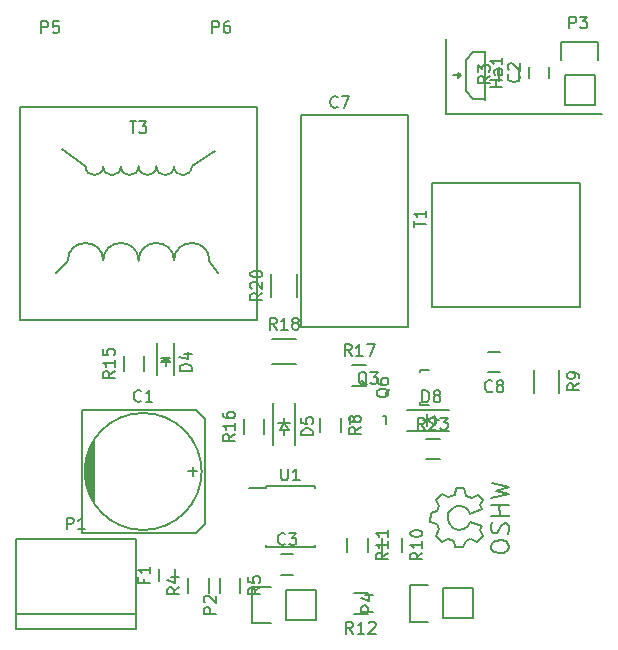
<source format=gto>
G04 #@! TF.FileFunction,Legend,Top*
%FSLAX46Y46*%
G04 Gerber Fmt 4.6, Leading zero omitted, Abs format (unit mm)*
G04 Created by KiCad (PCBNEW 0.201603210401+6634~43~ubuntu14.04.1-product) date mån 28 mar 2016 16:54:20*
%MOMM*%
G01*
G04 APERTURE LIST*
%ADD10C,0.050000*%
%ADD11C,0.200000*%
%ADD12C,0.150000*%
G04 APERTURE END LIST*
D10*
D11*
X136779000Y-106426000D02*
X136779000Y-100076000D01*
X149987000Y-106426000D02*
X136779000Y-106426000D01*
D12*
X115244000Y-110808000D02*
X117244000Y-109558000D01*
X106244000Y-110808000D02*
X104244000Y-109308000D01*
X106244000Y-110808000D02*
G75*
G03X107744000Y-110808000I750000J0D01*
G01*
X107744000Y-110808000D02*
G75*
G03X109244000Y-110808000I750000J0D01*
G01*
X113744000Y-110808000D02*
G75*
G03X115244000Y-110808000I750000J0D01*
G01*
X112244000Y-110808000D02*
G75*
G03X113744000Y-110808000I750000J0D01*
G01*
X109244000Y-110808000D02*
G75*
G03X110744000Y-110808000I750000J0D01*
G01*
X110744000Y-110808000D02*
G75*
G03X112244000Y-110808000I750000J0D01*
G01*
X116744000Y-118808000D02*
X117494000Y-119808000D01*
X104744000Y-118808000D02*
X103994000Y-119558000D01*
X103994000Y-119558000D02*
X103744000Y-119808000D01*
X107744000Y-118808000D02*
G75*
G03X104744000Y-118808000I-1500000J0D01*
G01*
X110744000Y-118808000D02*
G75*
G03X107744000Y-118808000I-1500000J0D01*
G01*
X113744000Y-118808000D02*
G75*
G03X110744000Y-118808000I-1500000J0D01*
G01*
X116744000Y-118808000D02*
G75*
G03X113744000Y-118808000I-1500000J0D01*
G01*
X120744000Y-123808000D02*
X100744000Y-123808000D01*
X100744000Y-123808000D02*
X100744000Y-105808000D01*
X100744000Y-105808000D02*
X120744000Y-105808000D01*
X120744000Y-105808000D02*
X120744000Y-123808000D01*
X106299000Y-137668000D02*
X106299000Y-135636000D01*
X106426000Y-135255000D02*
X106426000Y-138176000D01*
X106553000Y-138430000D02*
X106553000Y-134874000D01*
X106680000Y-134493000D02*
X106680000Y-138811000D01*
X106807000Y-139065000D02*
X106807000Y-134239000D01*
X106934000Y-134112000D02*
X106934000Y-139192000D01*
X105918000Y-131445000D02*
X105918000Y-141859000D01*
X105918000Y-141859000D02*
X115570000Y-141859000D01*
X115570000Y-141859000D02*
X116332000Y-141097000D01*
X116332000Y-141097000D02*
X116332000Y-132207000D01*
X116332000Y-132207000D02*
X115570000Y-131445000D01*
X115570000Y-131445000D02*
X105918000Y-131445000D01*
X115697000Y-136652000D02*
X114935000Y-136652000D01*
X115316000Y-136271000D02*
X115316000Y-137033000D01*
X116078000Y-136652000D02*
G75*
G03X116078000Y-136652000I-4953000J0D01*
G01*
X143803000Y-102370000D02*
X143803000Y-103370000D01*
X145503000Y-103370000D02*
X145503000Y-102370000D01*
X123817000Y-143676000D02*
X122817000Y-143676000D01*
X122817000Y-145376000D02*
X123817000Y-145376000D01*
X124532000Y-124436000D02*
X124532000Y-106436000D01*
X124532000Y-106436000D02*
X133532000Y-106436000D01*
X133532000Y-106436000D02*
X133532000Y-124436000D01*
X133532000Y-124436000D02*
X124532000Y-124436000D01*
X140343000Y-128231000D02*
X141343000Y-128231000D01*
X141343000Y-126531000D02*
X140343000Y-126531000D01*
X112280000Y-125781000D02*
X112280000Y-128481000D01*
X113780000Y-125781000D02*
X113780000Y-128481000D01*
X112880000Y-127281000D02*
X113130000Y-127281000D01*
X113130000Y-127281000D02*
X112980000Y-127131000D01*
X113380000Y-127031000D02*
X112680000Y-127031000D01*
X113030000Y-127381000D02*
X113030000Y-127731000D01*
X113030000Y-127031000D02*
X113380000Y-127381000D01*
X113380000Y-127381000D02*
X112680000Y-127381000D01*
X112680000Y-127381000D02*
X113030000Y-127031000D01*
X123063000Y-133159500D02*
X123063000Y-133540500D01*
X123063000Y-132143500D02*
X123063000Y-132524500D01*
X123063000Y-132524500D02*
X123444000Y-133159500D01*
X123444000Y-133159500D02*
X122682000Y-133159500D01*
X122682000Y-133159500D02*
X123063000Y-132524500D01*
X123571000Y-132524500D02*
X122555000Y-132524500D01*
X122163000Y-130842000D02*
X122163000Y-134382000D01*
X123963000Y-130842000D02*
X123963000Y-134382000D01*
X135826500Y-132334000D02*
X136207500Y-132334000D01*
X134810500Y-132334000D02*
X135191500Y-132334000D01*
X135191500Y-132334000D02*
X135826500Y-131953000D01*
X135826500Y-131953000D02*
X135826500Y-132715000D01*
X135826500Y-132715000D02*
X135191500Y-132334000D01*
X135191500Y-131826000D02*
X135191500Y-132842000D01*
X133509000Y-133234000D02*
X137049000Y-133234000D01*
X133509000Y-131434000D02*
X137049000Y-131434000D01*
X113832000Y-144915000D02*
X113832000Y-145915000D01*
X112482000Y-145915000D02*
X112482000Y-144915000D01*
X137323000Y-103124000D02*
X138073000Y-103124000D01*
X138073000Y-103124000D02*
X137823000Y-102874000D01*
X137823000Y-102874000D02*
X137823000Y-103374000D01*
X137823000Y-103374000D02*
X138073000Y-103124000D01*
X140073000Y-105124000D02*
X139073000Y-105124000D01*
X139073000Y-105124000D02*
X138473000Y-104424000D01*
X140073000Y-101124000D02*
X139073000Y-101124000D01*
X139073000Y-101124000D02*
X138473000Y-101824000D01*
X140073000Y-105174000D02*
X140073000Y-101074000D01*
X138473000Y-101824000D02*
X138473000Y-104424000D01*
X123190000Y-146685000D02*
X125730000Y-146685000D01*
X120370000Y-146405000D02*
X121920000Y-146405000D01*
X123190000Y-146685000D02*
X123190000Y-149225000D01*
X121920000Y-149505000D02*
X120370000Y-149505000D01*
X120370000Y-149505000D02*
X120370000Y-146405000D01*
X123190000Y-149225000D02*
X125730000Y-149225000D01*
X125730000Y-149225000D02*
X125730000Y-146685000D01*
X149352000Y-103124000D02*
X149352000Y-105664000D01*
X149632000Y-100304000D02*
X149632000Y-101854000D01*
X149352000Y-103124000D02*
X146812000Y-103124000D01*
X146532000Y-101854000D02*
X146532000Y-100304000D01*
X146532000Y-100304000D02*
X149632000Y-100304000D01*
X146812000Y-103124000D02*
X146812000Y-105664000D01*
X146812000Y-105664000D02*
X149352000Y-105664000D01*
X136525000Y-146558000D02*
X139065000Y-146558000D01*
X133705000Y-146278000D02*
X135255000Y-146278000D01*
X136525000Y-146558000D02*
X136525000Y-149098000D01*
X135255000Y-149378000D02*
X133705000Y-149378000D01*
X133705000Y-149378000D02*
X133705000Y-146278000D01*
X136525000Y-149098000D02*
X139065000Y-149098000D01*
X139065000Y-149098000D02*
X139065000Y-146558000D01*
X128675180Y-132638800D02*
X128675180Y-131937760D01*
X128675180Y-131937760D02*
X128924100Y-131937760D01*
X131474160Y-131937760D02*
X131674820Y-131937760D01*
X131674820Y-131937760D02*
X131674820Y-132638800D01*
X135305800Y-131039820D02*
X134604760Y-131039820D01*
X134604760Y-131039820D02*
X134604760Y-130790900D01*
X134604760Y-128240840D02*
X134604760Y-128040180D01*
X134604760Y-128040180D02*
X135305800Y-128040180D01*
X142988000Y-102397000D02*
X142988000Y-103597000D01*
X141238000Y-103597000D02*
X141238000Y-102397000D01*
X116699000Y-145704000D02*
X116699000Y-146904000D01*
X114949000Y-146904000D02*
X114949000Y-145704000D01*
X117616000Y-146904000D02*
X117616000Y-145704000D01*
X119366000Y-145704000D02*
X119366000Y-146904000D01*
X126125000Y-133315000D02*
X126125000Y-132115000D01*
X127875000Y-132115000D02*
X127875000Y-133315000D01*
X144213000Y-130032000D02*
X144213000Y-128032000D01*
X146363000Y-128032000D02*
X146363000Y-130032000D01*
X131332000Y-143475000D02*
X131332000Y-142275000D01*
X133082000Y-142275000D02*
X133082000Y-143475000D01*
X128411000Y-143475000D02*
X128411000Y-142275000D01*
X130161000Y-142275000D02*
X130161000Y-143475000D01*
X128940000Y-146953000D02*
X130140000Y-146953000D01*
X130140000Y-148703000D02*
X128940000Y-148703000D01*
X111238000Y-126908000D02*
X111238000Y-128108000D01*
X109488000Y-128108000D02*
X109488000Y-126908000D01*
X121398000Y-132242000D02*
X121398000Y-133442000D01*
X119648000Y-133442000D02*
X119648000Y-132242000D01*
X130013000Y-129399000D02*
X128813000Y-129399000D01*
X128813000Y-127649000D02*
X130013000Y-127649000D01*
X124063000Y-127567000D02*
X122063000Y-127567000D01*
X122063000Y-125417000D02*
X124063000Y-125417000D01*
X124138000Y-119904000D02*
X124138000Y-121904000D01*
X121988000Y-121904000D02*
X121988000Y-119904000D01*
X136236000Y-135622000D02*
X135036000Y-135622000D01*
X135036000Y-133872000D02*
X136236000Y-133872000D01*
X135609000Y-112225000D02*
X148109000Y-112225000D01*
X148109000Y-112225000D02*
X148109000Y-122725000D01*
X148109000Y-122725000D02*
X135609000Y-122725000D01*
X135609000Y-122725000D02*
X135609000Y-112225000D01*
X121496000Y-137887000D02*
X121496000Y-138032000D01*
X125646000Y-137887000D02*
X125646000Y-138032000D01*
X125646000Y-143037000D02*
X125646000Y-142892000D01*
X121496000Y-143037000D02*
X121496000Y-142892000D01*
X121496000Y-137887000D02*
X125646000Y-137887000D01*
X121496000Y-143037000D02*
X125646000Y-143037000D01*
X121496000Y-138032000D02*
X120096000Y-138032000D01*
X110490000Y-148717000D02*
X100330000Y-148717000D01*
X110490000Y-149987000D02*
X110490000Y-142367000D01*
X110490000Y-142367000D02*
X100330000Y-142367000D01*
X100330000Y-142367000D02*
X100330000Y-149987000D01*
X100330000Y-149987000D02*
X110490000Y-149987000D01*
X140611860Y-138920220D02*
X142082520Y-138559540D01*
X142082520Y-138559540D02*
X141020800Y-138280140D01*
X141020800Y-138280140D02*
X142092680Y-137970260D01*
X142092680Y-137970260D02*
X140642340Y-137629900D01*
X141302740Y-140340080D02*
X141292580Y-139550140D01*
X141292580Y-139550140D02*
X141302740Y-139539980D01*
X141302740Y-139539980D02*
X141292580Y-139539980D01*
X140581380Y-139499340D02*
X142123160Y-139499340D01*
X140571220Y-140388340D02*
X142140940Y-140388340D01*
X142140940Y-140388340D02*
X142130780Y-140378180D01*
X140672820Y-140939520D02*
X140591540Y-141290040D01*
X140591540Y-141290040D02*
X140581380Y-141610080D01*
X140581380Y-141610080D02*
X140782040Y-141848840D01*
X140782040Y-141848840D02*
X141051280Y-141879320D01*
X141051280Y-141879320D02*
X141292580Y-141638020D01*
X141292580Y-141638020D02*
X141422120Y-141249400D01*
X141422120Y-141249400D02*
X141582140Y-141069060D01*
X141582140Y-141069060D02*
X141881860Y-141028420D01*
X141881860Y-141028420D02*
X142102840Y-141259560D01*
X142102840Y-141259560D02*
X142130780Y-141579600D01*
X142130780Y-141579600D02*
X142021560Y-141930120D01*
X140571220Y-142968980D02*
X140591540Y-143217900D01*
X140591540Y-143217900D02*
X140832840Y-143459200D01*
X140832840Y-143459200D02*
X141323060Y-143548100D01*
X141323060Y-143548100D02*
X141671040Y-143520160D01*
X141671040Y-143520160D02*
X141991080Y-143319500D01*
X141991080Y-143319500D02*
X142113000Y-143068040D01*
X142113000Y-143068040D02*
X142041880Y-142758160D01*
X142041880Y-142758160D02*
X141861540Y-142539720D01*
X141861540Y-142539720D02*
X141401800Y-142468600D01*
X141401800Y-142468600D02*
X140992860Y-142519400D01*
X140992860Y-142519400D02*
X140710920Y-142628620D01*
X140710920Y-142628620D02*
X140581380Y-142989300D01*
X138851640Y-142369540D02*
X139412980Y-142628620D01*
X139412980Y-142628620D02*
X139931140Y-142090140D01*
X139931140Y-142090140D02*
X139661900Y-141569440D01*
X139661900Y-141569440D02*
X139821920Y-141290040D01*
X139801600Y-139849860D02*
X139611100Y-139519660D01*
X139611100Y-139519660D02*
X139941300Y-139080240D01*
X139941300Y-139080240D02*
X139451080Y-138607800D01*
X139451080Y-138607800D02*
X138971020Y-138889740D01*
X138971020Y-138889740D02*
X138501120Y-138699240D01*
X138501120Y-138699240D02*
X138313160Y-138089640D01*
X138313160Y-138089640D02*
X137632440Y-138089640D01*
X137632440Y-138089640D02*
X137492740Y-138648440D01*
X137492740Y-138648440D02*
X136921240Y-138849100D01*
X136921240Y-138849100D02*
X136451340Y-138579860D01*
X136451340Y-138579860D02*
X135940800Y-139049760D01*
X135940800Y-139049760D02*
X136202420Y-139567920D01*
X136202420Y-139567920D02*
X136001760Y-140037820D01*
X136001760Y-140037820D02*
X135460740Y-140208000D01*
X135460740Y-140208000D02*
X135442960Y-140898880D01*
X135442960Y-140898880D02*
X135991600Y-141109700D01*
X135991600Y-141109700D02*
X136161780Y-141528800D01*
X136161780Y-141528800D02*
X135892540Y-142079980D01*
X135892540Y-142079980D02*
X136420860Y-142598140D01*
X136420860Y-142598140D02*
X136961880Y-142349220D01*
X136961880Y-142349220D02*
X137441940Y-142519400D01*
X137441940Y-142519400D02*
X137541000Y-143068040D01*
X137541000Y-143068040D02*
X138242040Y-143078200D01*
X138242040Y-143078200D02*
X138442700Y-142519400D01*
X138442700Y-142519400D02*
X138841480Y-142379700D01*
X138821160Y-140238480D02*
X138671300Y-139938760D01*
X138671300Y-139938760D02*
X138473180Y-139738100D01*
X138473180Y-139738100D02*
X138071860Y-139588240D01*
X138071860Y-139588240D02*
X137673080Y-139588240D01*
X137673080Y-139588240D02*
X137322560Y-139738100D01*
X137322560Y-139738100D02*
X136972040Y-140190220D01*
X136972040Y-140190220D02*
X136921240Y-140639800D01*
X136921240Y-140639800D02*
X137022840Y-141038580D01*
X137022840Y-141038580D02*
X137370820Y-141439900D01*
X137370820Y-141439900D02*
X137822940Y-141589760D01*
X137822940Y-141589760D02*
X138320780Y-141538960D01*
X138320780Y-141538960D02*
X138623040Y-141290040D01*
X138623040Y-141290040D02*
X138821160Y-140939520D01*
X138821160Y-140939520D02*
X139821920Y-141290040D01*
X138821160Y-140238480D02*
X139821920Y-139839700D01*
X109982095Y-107010381D02*
X110553524Y-107010381D01*
X110267809Y-108010381D02*
X110267809Y-107010381D01*
X110791619Y-107010381D02*
X111410667Y-107010381D01*
X111077333Y-107391333D01*
X111220191Y-107391333D01*
X111315429Y-107438952D01*
X111363048Y-107486571D01*
X111410667Y-107581810D01*
X111410667Y-107819905D01*
X111363048Y-107915143D01*
X111315429Y-107962762D01*
X111220191Y-108010381D01*
X110934476Y-108010381D01*
X110839238Y-107962762D01*
X110791619Y-107915143D01*
X110958334Y-130659143D02*
X110910715Y-130706762D01*
X110767858Y-130754381D01*
X110672620Y-130754381D01*
X110529762Y-130706762D01*
X110434524Y-130611524D01*
X110386905Y-130516286D01*
X110339286Y-130325810D01*
X110339286Y-130182952D01*
X110386905Y-129992476D01*
X110434524Y-129897238D01*
X110529762Y-129802000D01*
X110672620Y-129754381D01*
X110767858Y-129754381D01*
X110910715Y-129802000D01*
X110958334Y-129849619D01*
X111910715Y-130754381D02*
X111339286Y-130754381D01*
X111625000Y-130754381D02*
X111625000Y-129754381D01*
X111529762Y-129897238D01*
X111434524Y-129992476D01*
X111339286Y-130040095D01*
X142910143Y-103036666D02*
X142957762Y-103084285D01*
X143005381Y-103227142D01*
X143005381Y-103322380D01*
X142957762Y-103465238D01*
X142862524Y-103560476D01*
X142767286Y-103608095D01*
X142576810Y-103655714D01*
X142433952Y-103655714D01*
X142243476Y-103608095D01*
X142148238Y-103560476D01*
X142053000Y-103465238D01*
X142005381Y-103322380D01*
X142005381Y-103227142D01*
X142053000Y-103084285D01*
X142100619Y-103036666D01*
X142100619Y-102655714D02*
X142053000Y-102608095D01*
X142005381Y-102512857D01*
X142005381Y-102274761D01*
X142053000Y-102179523D01*
X142100619Y-102131904D01*
X142195857Y-102084285D01*
X142291095Y-102084285D01*
X142433952Y-102131904D01*
X143005381Y-102703333D01*
X143005381Y-102084285D01*
X123150334Y-142783143D02*
X123102715Y-142830762D01*
X122959858Y-142878381D01*
X122864620Y-142878381D01*
X122721762Y-142830762D01*
X122626524Y-142735524D01*
X122578905Y-142640286D01*
X122531286Y-142449810D01*
X122531286Y-142306952D01*
X122578905Y-142116476D01*
X122626524Y-142021238D01*
X122721762Y-141926000D01*
X122864620Y-141878381D01*
X122959858Y-141878381D01*
X123102715Y-141926000D01*
X123150334Y-141973619D01*
X123483667Y-141878381D02*
X124102715Y-141878381D01*
X123769381Y-142259333D01*
X123912239Y-142259333D01*
X124007477Y-142306952D01*
X124055096Y-142354571D01*
X124102715Y-142449810D01*
X124102715Y-142687905D01*
X124055096Y-142783143D01*
X124007477Y-142830762D01*
X123912239Y-142878381D01*
X123626524Y-142878381D01*
X123531286Y-142830762D01*
X123483667Y-142783143D01*
X127595334Y-105767143D02*
X127547715Y-105814762D01*
X127404858Y-105862381D01*
X127309620Y-105862381D01*
X127166762Y-105814762D01*
X127071524Y-105719524D01*
X127023905Y-105624286D01*
X126976286Y-105433810D01*
X126976286Y-105290952D01*
X127023905Y-105100476D01*
X127071524Y-105005238D01*
X127166762Y-104910000D01*
X127309620Y-104862381D01*
X127404858Y-104862381D01*
X127547715Y-104910000D01*
X127595334Y-104957619D01*
X127928667Y-104862381D02*
X128595334Y-104862381D01*
X128166762Y-105862381D01*
X140676334Y-129838143D02*
X140628715Y-129885762D01*
X140485858Y-129933381D01*
X140390620Y-129933381D01*
X140247762Y-129885762D01*
X140152524Y-129790524D01*
X140104905Y-129695286D01*
X140057286Y-129504810D01*
X140057286Y-129361952D01*
X140104905Y-129171476D01*
X140152524Y-129076238D01*
X140247762Y-128981000D01*
X140390620Y-128933381D01*
X140485858Y-128933381D01*
X140628715Y-128981000D01*
X140676334Y-129028619D01*
X141247762Y-129361952D02*
X141152524Y-129314333D01*
X141104905Y-129266714D01*
X141057286Y-129171476D01*
X141057286Y-129123857D01*
X141104905Y-129028619D01*
X141152524Y-128981000D01*
X141247762Y-128933381D01*
X141438239Y-128933381D01*
X141533477Y-128981000D01*
X141581096Y-129028619D01*
X141628715Y-129123857D01*
X141628715Y-129171476D01*
X141581096Y-129266714D01*
X141533477Y-129314333D01*
X141438239Y-129361952D01*
X141247762Y-129361952D01*
X141152524Y-129409571D01*
X141104905Y-129457190D01*
X141057286Y-129552429D01*
X141057286Y-129742905D01*
X141104905Y-129838143D01*
X141152524Y-129885762D01*
X141247762Y-129933381D01*
X141438239Y-129933381D01*
X141533477Y-129885762D01*
X141581096Y-129838143D01*
X141628715Y-129742905D01*
X141628715Y-129552429D01*
X141581096Y-129457190D01*
X141533477Y-129409571D01*
X141438239Y-129361952D01*
X115232381Y-128119095D02*
X114232381Y-128119095D01*
X114232381Y-127881000D01*
X114280000Y-127738142D01*
X114375238Y-127642904D01*
X114470476Y-127595285D01*
X114660952Y-127547666D01*
X114803810Y-127547666D01*
X114994286Y-127595285D01*
X115089524Y-127642904D01*
X115184762Y-127738142D01*
X115232381Y-127881000D01*
X115232381Y-128119095D01*
X114565714Y-126690523D02*
X115232381Y-126690523D01*
X114184762Y-126928619D02*
X114899048Y-127166714D01*
X114899048Y-126547666D01*
X125515381Y-133580095D02*
X124515381Y-133580095D01*
X124515381Y-133342000D01*
X124563000Y-133199142D01*
X124658238Y-133103904D01*
X124753476Y-133056285D01*
X124943952Y-133008666D01*
X125086810Y-133008666D01*
X125277286Y-133056285D01*
X125372524Y-133103904D01*
X125467762Y-133199142D01*
X125515381Y-133342000D01*
X125515381Y-133580095D01*
X124515381Y-132103904D02*
X124515381Y-132580095D01*
X124991571Y-132627714D01*
X124943952Y-132580095D01*
X124896333Y-132484857D01*
X124896333Y-132246761D01*
X124943952Y-132151523D01*
X124991571Y-132103904D01*
X125086810Y-132056285D01*
X125324905Y-132056285D01*
X125420143Y-132103904D01*
X125467762Y-132151523D01*
X125515381Y-132246761D01*
X125515381Y-132484857D01*
X125467762Y-132580095D01*
X125420143Y-132627714D01*
X134770905Y-130786381D02*
X134770905Y-129786381D01*
X135009000Y-129786381D01*
X135151858Y-129834000D01*
X135247096Y-129929238D01*
X135294715Y-130024476D01*
X135342334Y-130214952D01*
X135342334Y-130357810D01*
X135294715Y-130548286D01*
X135247096Y-130643524D01*
X135151858Y-130738762D01*
X135009000Y-130786381D01*
X134770905Y-130786381D01*
X135913762Y-130214952D02*
X135818524Y-130167333D01*
X135770905Y-130119714D01*
X135723286Y-130024476D01*
X135723286Y-129976857D01*
X135770905Y-129881619D01*
X135818524Y-129834000D01*
X135913762Y-129786381D01*
X136104239Y-129786381D01*
X136199477Y-129834000D01*
X136247096Y-129881619D01*
X136294715Y-129976857D01*
X136294715Y-130024476D01*
X136247096Y-130119714D01*
X136199477Y-130167333D01*
X136104239Y-130214952D01*
X135913762Y-130214952D01*
X135818524Y-130262571D01*
X135770905Y-130310190D01*
X135723286Y-130405429D01*
X135723286Y-130595905D01*
X135770905Y-130691143D01*
X135818524Y-130738762D01*
X135913762Y-130786381D01*
X136104239Y-130786381D01*
X136199477Y-130738762D01*
X136247096Y-130691143D01*
X136294715Y-130595905D01*
X136294715Y-130405429D01*
X136247096Y-130310190D01*
X136199477Y-130262571D01*
X136104239Y-130214952D01*
X111185571Y-145748333D02*
X111185571Y-146081667D01*
X111709381Y-146081667D02*
X110709381Y-146081667D01*
X110709381Y-145605476D01*
X111709381Y-144700714D02*
X111709381Y-145272143D01*
X111709381Y-144986429D02*
X110709381Y-144986429D01*
X110852238Y-145081667D01*
X110947476Y-145176905D01*
X110995095Y-145272143D01*
X141525381Y-104088286D02*
X140525381Y-104088286D01*
X141001571Y-104088286D02*
X141001571Y-103516857D01*
X141525381Y-103516857D02*
X140525381Y-103516857D01*
X141525381Y-102612095D02*
X141001571Y-102612095D01*
X140906333Y-102659714D01*
X140858714Y-102754952D01*
X140858714Y-102945429D01*
X140906333Y-103040667D01*
X141477762Y-102612095D02*
X141525381Y-102707333D01*
X141525381Y-102945429D01*
X141477762Y-103040667D01*
X141382524Y-103088286D01*
X141287286Y-103088286D01*
X141192048Y-103040667D01*
X141144429Y-102945429D01*
X141144429Y-102707333D01*
X141096810Y-102612095D01*
X141525381Y-101612095D02*
X141525381Y-102183524D01*
X141525381Y-101897810D02*
X140525381Y-101897810D01*
X140668238Y-101993048D01*
X140763476Y-102088286D01*
X140811095Y-102183524D01*
X117272381Y-148693095D02*
X116272381Y-148693095D01*
X116272381Y-148312142D01*
X116320000Y-148216904D01*
X116367619Y-148169285D01*
X116462857Y-148121666D01*
X116605714Y-148121666D01*
X116700952Y-148169285D01*
X116748571Y-148216904D01*
X116796190Y-148312142D01*
X116796190Y-148693095D01*
X116367619Y-147740714D02*
X116320000Y-147693095D01*
X116272381Y-147597857D01*
X116272381Y-147359761D01*
X116320000Y-147264523D01*
X116367619Y-147216904D01*
X116462857Y-147169285D01*
X116558095Y-147169285D01*
X116700952Y-147216904D01*
X117272381Y-147788333D01*
X117272381Y-147169285D01*
X147216905Y-99131381D02*
X147216905Y-98131381D01*
X147597858Y-98131381D01*
X147693096Y-98179000D01*
X147740715Y-98226619D01*
X147788334Y-98321857D01*
X147788334Y-98464714D01*
X147740715Y-98559952D01*
X147693096Y-98607571D01*
X147597858Y-98655190D01*
X147216905Y-98655190D01*
X148121667Y-98131381D02*
X148740715Y-98131381D01*
X148407381Y-98512333D01*
X148550239Y-98512333D01*
X148645477Y-98559952D01*
X148693096Y-98607571D01*
X148740715Y-98702810D01*
X148740715Y-98940905D01*
X148693096Y-99036143D01*
X148645477Y-99083762D01*
X148550239Y-99131381D01*
X148264524Y-99131381D01*
X148169286Y-99083762D01*
X148121667Y-99036143D01*
X130607381Y-148566095D02*
X129607381Y-148566095D01*
X129607381Y-148185142D01*
X129655000Y-148089904D01*
X129702619Y-148042285D01*
X129797857Y-147994666D01*
X129940714Y-147994666D01*
X130035952Y-148042285D01*
X130083571Y-148089904D01*
X130131190Y-148185142D01*
X130131190Y-148566095D01*
X129940714Y-147137523D02*
X130607381Y-147137523D01*
X129559762Y-147375619D02*
X130274048Y-147613714D01*
X130274048Y-146994666D01*
X102512905Y-99512381D02*
X102512905Y-98512381D01*
X102893858Y-98512381D01*
X102989096Y-98560000D01*
X103036715Y-98607619D01*
X103084334Y-98702857D01*
X103084334Y-98845714D01*
X103036715Y-98940952D01*
X102989096Y-98988571D01*
X102893858Y-99036190D01*
X102512905Y-99036190D01*
X103989096Y-98512381D02*
X103512905Y-98512381D01*
X103465286Y-98988571D01*
X103512905Y-98940952D01*
X103608143Y-98893333D01*
X103846239Y-98893333D01*
X103941477Y-98940952D01*
X103989096Y-98988571D01*
X104036715Y-99083810D01*
X104036715Y-99321905D01*
X103989096Y-99417143D01*
X103941477Y-99464762D01*
X103846239Y-99512381D01*
X103608143Y-99512381D01*
X103512905Y-99464762D01*
X103465286Y-99417143D01*
X116990905Y-99512381D02*
X116990905Y-98512381D01*
X117371858Y-98512381D01*
X117467096Y-98560000D01*
X117514715Y-98607619D01*
X117562334Y-98702857D01*
X117562334Y-98845714D01*
X117514715Y-98940952D01*
X117467096Y-98988571D01*
X117371858Y-99036190D01*
X116990905Y-99036190D01*
X118419477Y-98512381D02*
X118229000Y-98512381D01*
X118133762Y-98560000D01*
X118086143Y-98607619D01*
X117990905Y-98750476D01*
X117943286Y-98940952D01*
X117943286Y-99321905D01*
X117990905Y-99417143D01*
X118038524Y-99464762D01*
X118133762Y-99512381D01*
X118324239Y-99512381D01*
X118419477Y-99464762D01*
X118467096Y-99417143D01*
X118514715Y-99321905D01*
X118514715Y-99083810D01*
X118467096Y-98988571D01*
X118419477Y-98940952D01*
X118324239Y-98893333D01*
X118133762Y-98893333D01*
X118038524Y-98940952D01*
X117990905Y-98988571D01*
X117943286Y-99083810D01*
X130079762Y-129325619D02*
X129984524Y-129278000D01*
X129889286Y-129182762D01*
X129746429Y-129039905D01*
X129651190Y-128992286D01*
X129555952Y-128992286D01*
X129603571Y-129230381D02*
X129508333Y-129182762D01*
X129413095Y-129087524D01*
X129365476Y-128897048D01*
X129365476Y-128563714D01*
X129413095Y-128373238D01*
X129508333Y-128278000D01*
X129603571Y-128230381D01*
X129794048Y-128230381D01*
X129889286Y-128278000D01*
X129984524Y-128373238D01*
X130032143Y-128563714D01*
X130032143Y-128897048D01*
X129984524Y-129087524D01*
X129889286Y-129182762D01*
X129794048Y-129230381D01*
X129603571Y-129230381D01*
X130365476Y-128230381D02*
X130984524Y-128230381D01*
X130651190Y-128611333D01*
X130794048Y-128611333D01*
X130889286Y-128658952D01*
X130936905Y-128706571D01*
X130984524Y-128801810D01*
X130984524Y-129039905D01*
X130936905Y-129135143D01*
X130889286Y-129182762D01*
X130794048Y-129230381D01*
X130508333Y-129230381D01*
X130413095Y-129182762D01*
X130365476Y-129135143D01*
X131992619Y-129635238D02*
X131945000Y-129730476D01*
X131849762Y-129825714D01*
X131706905Y-129968571D01*
X131659286Y-130063810D01*
X131659286Y-130159048D01*
X131897381Y-130111429D02*
X131849762Y-130206667D01*
X131754524Y-130301905D01*
X131564048Y-130349524D01*
X131230714Y-130349524D01*
X131040238Y-130301905D01*
X130945000Y-130206667D01*
X130897381Y-130111429D01*
X130897381Y-129920952D01*
X130945000Y-129825714D01*
X131040238Y-129730476D01*
X131230714Y-129682857D01*
X131564048Y-129682857D01*
X131754524Y-129730476D01*
X131849762Y-129825714D01*
X131897381Y-129920952D01*
X131897381Y-130111429D01*
X130897381Y-128825714D02*
X130897381Y-129016191D01*
X130945000Y-129111429D01*
X130992619Y-129159048D01*
X131135476Y-129254286D01*
X131325952Y-129301905D01*
X131706905Y-129301905D01*
X131802143Y-129254286D01*
X131849762Y-129206667D01*
X131897381Y-129111429D01*
X131897381Y-128920952D01*
X131849762Y-128825714D01*
X131802143Y-128778095D01*
X131706905Y-128730476D01*
X131468810Y-128730476D01*
X131373571Y-128778095D01*
X131325952Y-128825714D01*
X131278333Y-128920952D01*
X131278333Y-129111429D01*
X131325952Y-129206667D01*
X131373571Y-129254286D01*
X131468810Y-129301905D01*
X140465381Y-103163666D02*
X139989190Y-103497000D01*
X140465381Y-103735095D02*
X139465381Y-103735095D01*
X139465381Y-103354142D01*
X139513000Y-103258904D01*
X139560619Y-103211285D01*
X139655857Y-103163666D01*
X139798714Y-103163666D01*
X139893952Y-103211285D01*
X139941571Y-103258904D01*
X139989190Y-103354142D01*
X139989190Y-103735095D01*
X139465381Y-102830333D02*
X139465381Y-102211285D01*
X139846333Y-102544619D01*
X139846333Y-102401761D01*
X139893952Y-102306523D01*
X139941571Y-102258904D01*
X140036810Y-102211285D01*
X140274905Y-102211285D01*
X140370143Y-102258904D01*
X140417762Y-102306523D01*
X140465381Y-102401761D01*
X140465381Y-102687476D01*
X140417762Y-102782714D01*
X140370143Y-102830333D01*
X114176381Y-146470666D02*
X113700190Y-146804000D01*
X114176381Y-147042095D02*
X113176381Y-147042095D01*
X113176381Y-146661142D01*
X113224000Y-146565904D01*
X113271619Y-146518285D01*
X113366857Y-146470666D01*
X113509714Y-146470666D01*
X113604952Y-146518285D01*
X113652571Y-146565904D01*
X113700190Y-146661142D01*
X113700190Y-147042095D01*
X113509714Y-145613523D02*
X114176381Y-145613523D01*
X113128762Y-145851619D02*
X113843048Y-146089714D01*
X113843048Y-145470666D01*
X121043381Y-146470666D02*
X120567190Y-146804000D01*
X121043381Y-147042095D02*
X120043381Y-147042095D01*
X120043381Y-146661142D01*
X120091000Y-146565904D01*
X120138619Y-146518285D01*
X120233857Y-146470666D01*
X120376714Y-146470666D01*
X120471952Y-146518285D01*
X120519571Y-146565904D01*
X120567190Y-146661142D01*
X120567190Y-147042095D01*
X120043381Y-145565904D02*
X120043381Y-146042095D01*
X120519571Y-146089714D01*
X120471952Y-146042095D01*
X120424333Y-145946857D01*
X120424333Y-145708761D01*
X120471952Y-145613523D01*
X120519571Y-145565904D01*
X120614810Y-145518285D01*
X120852905Y-145518285D01*
X120948143Y-145565904D01*
X120995762Y-145613523D01*
X121043381Y-145708761D01*
X121043381Y-145946857D01*
X120995762Y-146042095D01*
X120948143Y-146089714D01*
X129552381Y-132881666D02*
X129076190Y-133215000D01*
X129552381Y-133453095D02*
X128552381Y-133453095D01*
X128552381Y-133072142D01*
X128600000Y-132976904D01*
X128647619Y-132929285D01*
X128742857Y-132881666D01*
X128885714Y-132881666D01*
X128980952Y-132929285D01*
X129028571Y-132976904D01*
X129076190Y-133072142D01*
X129076190Y-133453095D01*
X128980952Y-132310238D02*
X128933333Y-132405476D01*
X128885714Y-132453095D01*
X128790476Y-132500714D01*
X128742857Y-132500714D01*
X128647619Y-132453095D01*
X128600000Y-132405476D01*
X128552381Y-132310238D01*
X128552381Y-132119761D01*
X128600000Y-132024523D01*
X128647619Y-131976904D01*
X128742857Y-131929285D01*
X128790476Y-131929285D01*
X128885714Y-131976904D01*
X128933333Y-132024523D01*
X128980952Y-132119761D01*
X128980952Y-132310238D01*
X129028571Y-132405476D01*
X129076190Y-132453095D01*
X129171429Y-132500714D01*
X129361905Y-132500714D01*
X129457143Y-132453095D01*
X129504762Y-132405476D01*
X129552381Y-132310238D01*
X129552381Y-132119761D01*
X129504762Y-132024523D01*
X129457143Y-131976904D01*
X129361905Y-131929285D01*
X129171429Y-131929285D01*
X129076190Y-131976904D01*
X129028571Y-132024523D01*
X128980952Y-132119761D01*
X148040381Y-129198666D02*
X147564190Y-129532000D01*
X148040381Y-129770095D02*
X147040381Y-129770095D01*
X147040381Y-129389142D01*
X147088000Y-129293904D01*
X147135619Y-129246285D01*
X147230857Y-129198666D01*
X147373714Y-129198666D01*
X147468952Y-129246285D01*
X147516571Y-129293904D01*
X147564190Y-129389142D01*
X147564190Y-129770095D01*
X148040381Y-128722476D02*
X148040381Y-128532000D01*
X147992762Y-128436761D01*
X147945143Y-128389142D01*
X147802286Y-128293904D01*
X147611810Y-128246285D01*
X147230857Y-128246285D01*
X147135619Y-128293904D01*
X147088000Y-128341523D01*
X147040381Y-128436761D01*
X147040381Y-128627238D01*
X147088000Y-128722476D01*
X147135619Y-128770095D01*
X147230857Y-128817714D01*
X147468952Y-128817714D01*
X147564190Y-128770095D01*
X147611810Y-128722476D01*
X147659429Y-128627238D01*
X147659429Y-128436761D01*
X147611810Y-128341523D01*
X147564190Y-128293904D01*
X147468952Y-128246285D01*
X134759381Y-143517857D02*
X134283190Y-143851191D01*
X134759381Y-144089286D02*
X133759381Y-144089286D01*
X133759381Y-143708333D01*
X133807000Y-143613095D01*
X133854619Y-143565476D01*
X133949857Y-143517857D01*
X134092714Y-143517857D01*
X134187952Y-143565476D01*
X134235571Y-143613095D01*
X134283190Y-143708333D01*
X134283190Y-144089286D01*
X134759381Y-142565476D02*
X134759381Y-143136905D01*
X134759381Y-142851191D02*
X133759381Y-142851191D01*
X133902238Y-142946429D01*
X133997476Y-143041667D01*
X134045095Y-143136905D01*
X133759381Y-141946429D02*
X133759381Y-141851190D01*
X133807000Y-141755952D01*
X133854619Y-141708333D01*
X133949857Y-141660714D01*
X134140333Y-141613095D01*
X134378429Y-141613095D01*
X134568905Y-141660714D01*
X134664143Y-141708333D01*
X134711762Y-141755952D01*
X134759381Y-141851190D01*
X134759381Y-141946429D01*
X134711762Y-142041667D01*
X134664143Y-142089286D01*
X134568905Y-142136905D01*
X134378429Y-142184524D01*
X134140333Y-142184524D01*
X133949857Y-142136905D01*
X133854619Y-142089286D01*
X133807000Y-142041667D01*
X133759381Y-141946429D01*
X131838381Y-143517857D02*
X131362190Y-143851191D01*
X131838381Y-144089286D02*
X130838381Y-144089286D01*
X130838381Y-143708333D01*
X130886000Y-143613095D01*
X130933619Y-143565476D01*
X131028857Y-143517857D01*
X131171714Y-143517857D01*
X131266952Y-143565476D01*
X131314571Y-143613095D01*
X131362190Y-143708333D01*
X131362190Y-144089286D01*
X131838381Y-142565476D02*
X131838381Y-143136905D01*
X131838381Y-142851191D02*
X130838381Y-142851191D01*
X130981238Y-142946429D01*
X131076476Y-143041667D01*
X131124095Y-143136905D01*
X131838381Y-141613095D02*
X131838381Y-142184524D01*
X131838381Y-141898810D02*
X130838381Y-141898810D01*
X130981238Y-141994048D01*
X131076476Y-142089286D01*
X131124095Y-142184524D01*
X128897143Y-150380381D02*
X128563809Y-149904190D01*
X128325714Y-150380381D02*
X128325714Y-149380381D01*
X128706667Y-149380381D01*
X128801905Y-149428000D01*
X128849524Y-149475619D01*
X128897143Y-149570857D01*
X128897143Y-149713714D01*
X128849524Y-149808952D01*
X128801905Y-149856571D01*
X128706667Y-149904190D01*
X128325714Y-149904190D01*
X129849524Y-150380381D02*
X129278095Y-150380381D01*
X129563809Y-150380381D02*
X129563809Y-149380381D01*
X129468571Y-149523238D01*
X129373333Y-149618476D01*
X129278095Y-149666095D01*
X130230476Y-149475619D02*
X130278095Y-149428000D01*
X130373333Y-149380381D01*
X130611429Y-149380381D01*
X130706667Y-149428000D01*
X130754286Y-149475619D01*
X130801905Y-149570857D01*
X130801905Y-149666095D01*
X130754286Y-149808952D01*
X130182857Y-150380381D01*
X130801905Y-150380381D01*
X108715381Y-128150857D02*
X108239190Y-128484191D01*
X108715381Y-128722286D02*
X107715381Y-128722286D01*
X107715381Y-128341333D01*
X107763000Y-128246095D01*
X107810619Y-128198476D01*
X107905857Y-128150857D01*
X108048714Y-128150857D01*
X108143952Y-128198476D01*
X108191571Y-128246095D01*
X108239190Y-128341333D01*
X108239190Y-128722286D01*
X108715381Y-127198476D02*
X108715381Y-127769905D01*
X108715381Y-127484191D02*
X107715381Y-127484191D01*
X107858238Y-127579429D01*
X107953476Y-127674667D01*
X108001095Y-127769905D01*
X107715381Y-126293714D02*
X107715381Y-126769905D01*
X108191571Y-126817524D01*
X108143952Y-126769905D01*
X108096333Y-126674667D01*
X108096333Y-126436571D01*
X108143952Y-126341333D01*
X108191571Y-126293714D01*
X108286810Y-126246095D01*
X108524905Y-126246095D01*
X108620143Y-126293714D01*
X108667762Y-126341333D01*
X108715381Y-126436571D01*
X108715381Y-126674667D01*
X108667762Y-126769905D01*
X108620143Y-126817524D01*
X118875381Y-133484857D02*
X118399190Y-133818191D01*
X118875381Y-134056286D02*
X117875381Y-134056286D01*
X117875381Y-133675333D01*
X117923000Y-133580095D01*
X117970619Y-133532476D01*
X118065857Y-133484857D01*
X118208714Y-133484857D01*
X118303952Y-133532476D01*
X118351571Y-133580095D01*
X118399190Y-133675333D01*
X118399190Y-134056286D01*
X118875381Y-132532476D02*
X118875381Y-133103905D01*
X118875381Y-132818191D02*
X117875381Y-132818191D01*
X118018238Y-132913429D01*
X118113476Y-133008667D01*
X118161095Y-133103905D01*
X117875381Y-131675333D02*
X117875381Y-131865810D01*
X117923000Y-131961048D01*
X117970619Y-132008667D01*
X118113476Y-132103905D01*
X118303952Y-132151524D01*
X118684905Y-132151524D01*
X118780143Y-132103905D01*
X118827762Y-132056286D01*
X118875381Y-131961048D01*
X118875381Y-131770571D01*
X118827762Y-131675333D01*
X118780143Y-131627714D01*
X118684905Y-131580095D01*
X118446810Y-131580095D01*
X118351571Y-131627714D01*
X118303952Y-131675333D01*
X118256333Y-131770571D01*
X118256333Y-131961048D01*
X118303952Y-132056286D01*
X118351571Y-132103905D01*
X118446810Y-132151524D01*
X128770143Y-126876381D02*
X128436809Y-126400190D01*
X128198714Y-126876381D02*
X128198714Y-125876381D01*
X128579667Y-125876381D01*
X128674905Y-125924000D01*
X128722524Y-125971619D01*
X128770143Y-126066857D01*
X128770143Y-126209714D01*
X128722524Y-126304952D01*
X128674905Y-126352571D01*
X128579667Y-126400190D01*
X128198714Y-126400190D01*
X129722524Y-126876381D02*
X129151095Y-126876381D01*
X129436809Y-126876381D02*
X129436809Y-125876381D01*
X129341571Y-126019238D01*
X129246333Y-126114476D01*
X129151095Y-126162095D01*
X130055857Y-125876381D02*
X130722524Y-125876381D01*
X130293952Y-126876381D01*
X122420143Y-124644381D02*
X122086809Y-124168190D01*
X121848714Y-124644381D02*
X121848714Y-123644381D01*
X122229667Y-123644381D01*
X122324905Y-123692000D01*
X122372524Y-123739619D01*
X122420143Y-123834857D01*
X122420143Y-123977714D01*
X122372524Y-124072952D01*
X122324905Y-124120571D01*
X122229667Y-124168190D01*
X121848714Y-124168190D01*
X123372524Y-124644381D02*
X122801095Y-124644381D01*
X123086809Y-124644381D02*
X123086809Y-123644381D01*
X122991571Y-123787238D01*
X122896333Y-123882476D01*
X122801095Y-123930095D01*
X123943952Y-124072952D02*
X123848714Y-124025333D01*
X123801095Y-123977714D01*
X123753476Y-123882476D01*
X123753476Y-123834857D01*
X123801095Y-123739619D01*
X123848714Y-123692000D01*
X123943952Y-123644381D01*
X124134429Y-123644381D01*
X124229667Y-123692000D01*
X124277286Y-123739619D01*
X124324905Y-123834857D01*
X124324905Y-123882476D01*
X124277286Y-123977714D01*
X124229667Y-124025333D01*
X124134429Y-124072952D01*
X123943952Y-124072952D01*
X123848714Y-124120571D01*
X123801095Y-124168190D01*
X123753476Y-124263429D01*
X123753476Y-124453905D01*
X123801095Y-124549143D01*
X123848714Y-124596762D01*
X123943952Y-124644381D01*
X124134429Y-124644381D01*
X124229667Y-124596762D01*
X124277286Y-124549143D01*
X124324905Y-124453905D01*
X124324905Y-124263429D01*
X124277286Y-124168190D01*
X124229667Y-124120571D01*
X124134429Y-124072952D01*
X121215381Y-121546857D02*
X120739190Y-121880191D01*
X121215381Y-122118286D02*
X120215381Y-122118286D01*
X120215381Y-121737333D01*
X120263000Y-121642095D01*
X120310619Y-121594476D01*
X120405857Y-121546857D01*
X120548714Y-121546857D01*
X120643952Y-121594476D01*
X120691571Y-121642095D01*
X120739190Y-121737333D01*
X120739190Y-122118286D01*
X120310619Y-121165905D02*
X120263000Y-121118286D01*
X120215381Y-121023048D01*
X120215381Y-120784952D01*
X120263000Y-120689714D01*
X120310619Y-120642095D01*
X120405857Y-120594476D01*
X120501095Y-120594476D01*
X120643952Y-120642095D01*
X121215381Y-121213524D01*
X121215381Y-120594476D01*
X120215381Y-119975429D02*
X120215381Y-119880190D01*
X120263000Y-119784952D01*
X120310619Y-119737333D01*
X120405857Y-119689714D01*
X120596333Y-119642095D01*
X120834429Y-119642095D01*
X121024905Y-119689714D01*
X121120143Y-119737333D01*
X121167762Y-119784952D01*
X121215381Y-119880190D01*
X121215381Y-119975429D01*
X121167762Y-120070667D01*
X121120143Y-120118286D01*
X121024905Y-120165905D01*
X120834429Y-120213524D01*
X120596333Y-120213524D01*
X120405857Y-120165905D01*
X120310619Y-120118286D01*
X120263000Y-120070667D01*
X120215381Y-119975429D01*
X134993143Y-133099381D02*
X134659809Y-132623190D01*
X134421714Y-133099381D02*
X134421714Y-132099381D01*
X134802667Y-132099381D01*
X134897905Y-132147000D01*
X134945524Y-132194619D01*
X134993143Y-132289857D01*
X134993143Y-132432714D01*
X134945524Y-132527952D01*
X134897905Y-132575571D01*
X134802667Y-132623190D01*
X134421714Y-132623190D01*
X135374095Y-132194619D02*
X135421714Y-132147000D01*
X135516952Y-132099381D01*
X135755048Y-132099381D01*
X135850286Y-132147000D01*
X135897905Y-132194619D01*
X135945524Y-132289857D01*
X135945524Y-132385095D01*
X135897905Y-132527952D01*
X135326476Y-133099381D01*
X135945524Y-133099381D01*
X136278857Y-132099381D02*
X136897905Y-132099381D01*
X136564571Y-132480333D01*
X136707429Y-132480333D01*
X136802667Y-132527952D01*
X136850286Y-132575571D01*
X136897905Y-132670810D01*
X136897905Y-132908905D01*
X136850286Y-133004143D01*
X136802667Y-133051762D01*
X136707429Y-133099381D01*
X136421714Y-133099381D01*
X136326476Y-133051762D01*
X136278857Y-133004143D01*
X134061381Y-115986905D02*
X134061381Y-115415476D01*
X135061381Y-115701191D02*
X134061381Y-115701191D01*
X135061381Y-114558333D02*
X135061381Y-115129762D01*
X135061381Y-114844048D02*
X134061381Y-114844048D01*
X134204238Y-114939286D01*
X134299476Y-115034524D01*
X134347095Y-115129762D01*
X122809095Y-136414381D02*
X122809095Y-137223905D01*
X122856714Y-137319143D01*
X122904333Y-137366762D01*
X122999571Y-137414381D01*
X123190048Y-137414381D01*
X123285286Y-137366762D01*
X123332905Y-137319143D01*
X123380524Y-137223905D01*
X123380524Y-136414381D01*
X124380524Y-137414381D02*
X123809095Y-137414381D01*
X124094809Y-137414381D02*
X124094809Y-136414381D01*
X123999571Y-136557238D01*
X123904333Y-136652476D01*
X123809095Y-136700095D01*
X104671905Y-141549381D02*
X104671905Y-140549381D01*
X105052858Y-140549381D01*
X105148096Y-140597000D01*
X105195715Y-140644619D01*
X105243334Y-140739857D01*
X105243334Y-140882714D01*
X105195715Y-140977952D01*
X105148096Y-141025571D01*
X105052858Y-141073190D01*
X104671905Y-141073190D01*
X106195715Y-141549381D02*
X105624286Y-141549381D01*
X105910000Y-141549381D02*
X105910000Y-140549381D01*
X105814762Y-140692238D01*
X105719524Y-140787476D01*
X105624286Y-140835095D01*
M02*

</source>
